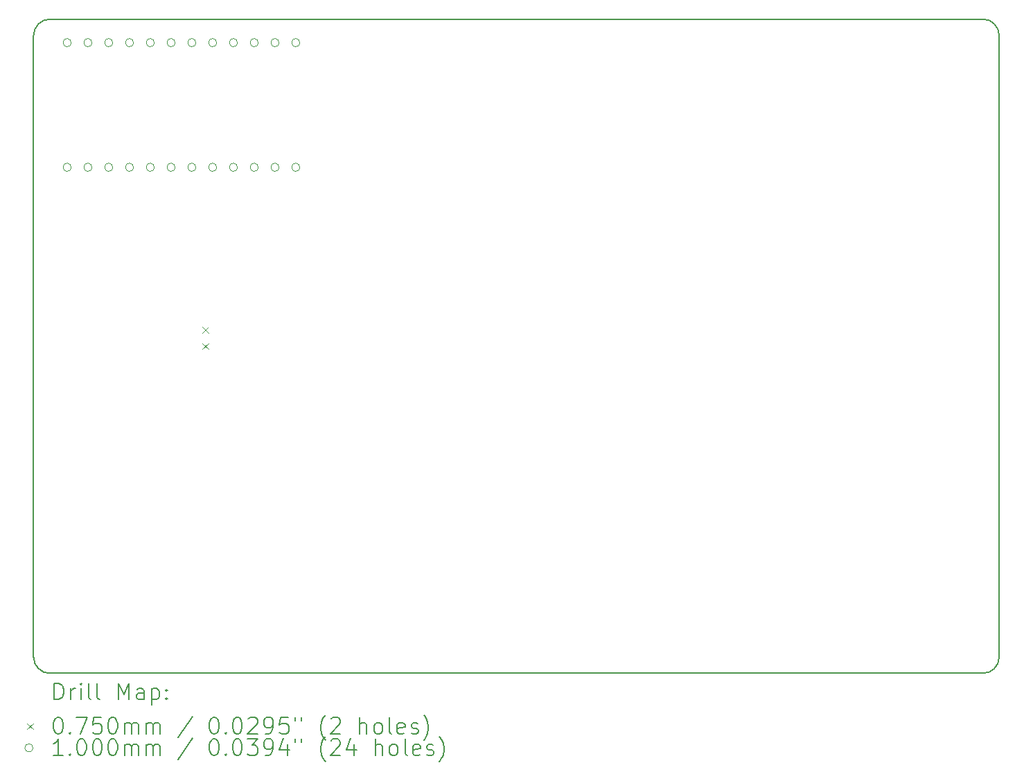
<source format=gbr>
%TF.GenerationSoftware,KiCad,Pcbnew,8.0.6+1*%
%TF.CreationDate,2024-11-11T16:29:32+00:00*%
%TF.ProjectId,not_about_money,6e6f745f-6162-46f7-9574-5f6d6f6e6579,v1.0.0*%
%TF.SameCoordinates,Original*%
%TF.FileFunction,Drillmap*%
%TF.FilePolarity,Positive*%
%FSLAX45Y45*%
G04 Gerber Fmt 4.5, Leading zero omitted, Abs format (unit mm)*
G04 Created by KiCad (PCBNEW 8.0.6+1) date 2024-11-11 16:29:32*
%MOMM*%
%LPD*%
G01*
G04 APERTURE LIST*
%ADD10C,0.150000*%
%ADD11C,0.200000*%
%ADD12C,0.100000*%
G04 APERTURE END LIST*
D10*
X8850000Y-10950000D02*
X8850000Y-3350000D01*
X8850000Y-3350000D02*
G75*
G02*
X9050000Y-3150000I200000J0D01*
G01*
X9050000Y-3150000D02*
X20450000Y-3150000D01*
X20450000Y-3150000D02*
G75*
G02*
X20650000Y-3350000I0J-200000D01*
G01*
X20650000Y-3350000D02*
X20650000Y-10950000D01*
X20650000Y-10950000D02*
G75*
G02*
X20450000Y-11150000I-200000J0D01*
G01*
X20450000Y-11150000D02*
X9050000Y-11150000D01*
X9050000Y-11150000D02*
G75*
G02*
X8850000Y-10950000I0J200000D01*
G01*
D11*
D12*
X10912500Y-6912500D02*
X10987500Y-6987500D01*
X10987500Y-6912500D02*
X10912500Y-6987500D01*
X10912500Y-7112500D02*
X10987500Y-7187500D01*
X10987500Y-7112500D02*
X10912500Y-7187500D01*
X9310000Y-3438000D02*
G75*
G02*
X9210000Y-3438000I-50000J0D01*
G01*
X9210000Y-3438000D02*
G75*
G02*
X9310000Y-3438000I50000J0D01*
G01*
X9310000Y-4962000D02*
G75*
G02*
X9210000Y-4962000I-50000J0D01*
G01*
X9210000Y-4962000D02*
G75*
G02*
X9310000Y-4962000I50000J0D01*
G01*
X9564000Y-3438000D02*
G75*
G02*
X9464000Y-3438000I-50000J0D01*
G01*
X9464000Y-3438000D02*
G75*
G02*
X9564000Y-3438000I50000J0D01*
G01*
X9564000Y-4962000D02*
G75*
G02*
X9464000Y-4962000I-50000J0D01*
G01*
X9464000Y-4962000D02*
G75*
G02*
X9564000Y-4962000I50000J0D01*
G01*
X9818000Y-3438000D02*
G75*
G02*
X9718000Y-3438000I-50000J0D01*
G01*
X9718000Y-3438000D02*
G75*
G02*
X9818000Y-3438000I50000J0D01*
G01*
X9818000Y-4962000D02*
G75*
G02*
X9718000Y-4962000I-50000J0D01*
G01*
X9718000Y-4962000D02*
G75*
G02*
X9818000Y-4962000I50000J0D01*
G01*
X10072000Y-3438000D02*
G75*
G02*
X9972000Y-3438000I-50000J0D01*
G01*
X9972000Y-3438000D02*
G75*
G02*
X10072000Y-3438000I50000J0D01*
G01*
X10072000Y-4962000D02*
G75*
G02*
X9972000Y-4962000I-50000J0D01*
G01*
X9972000Y-4962000D02*
G75*
G02*
X10072000Y-4962000I50000J0D01*
G01*
X10326000Y-3438000D02*
G75*
G02*
X10226000Y-3438000I-50000J0D01*
G01*
X10226000Y-3438000D02*
G75*
G02*
X10326000Y-3438000I50000J0D01*
G01*
X10326000Y-4962000D02*
G75*
G02*
X10226000Y-4962000I-50000J0D01*
G01*
X10226000Y-4962000D02*
G75*
G02*
X10326000Y-4962000I50000J0D01*
G01*
X10580000Y-3438000D02*
G75*
G02*
X10480000Y-3438000I-50000J0D01*
G01*
X10480000Y-3438000D02*
G75*
G02*
X10580000Y-3438000I50000J0D01*
G01*
X10580000Y-4962000D02*
G75*
G02*
X10480000Y-4962000I-50000J0D01*
G01*
X10480000Y-4962000D02*
G75*
G02*
X10580000Y-4962000I50000J0D01*
G01*
X10834000Y-3438000D02*
G75*
G02*
X10734000Y-3438000I-50000J0D01*
G01*
X10734000Y-3438000D02*
G75*
G02*
X10834000Y-3438000I50000J0D01*
G01*
X10834000Y-4962000D02*
G75*
G02*
X10734000Y-4962000I-50000J0D01*
G01*
X10734000Y-4962000D02*
G75*
G02*
X10834000Y-4962000I50000J0D01*
G01*
X11088000Y-3438000D02*
G75*
G02*
X10988000Y-3438000I-50000J0D01*
G01*
X10988000Y-3438000D02*
G75*
G02*
X11088000Y-3438000I50000J0D01*
G01*
X11088000Y-4962000D02*
G75*
G02*
X10988000Y-4962000I-50000J0D01*
G01*
X10988000Y-4962000D02*
G75*
G02*
X11088000Y-4962000I50000J0D01*
G01*
X11342000Y-3438000D02*
G75*
G02*
X11242000Y-3438000I-50000J0D01*
G01*
X11242000Y-3438000D02*
G75*
G02*
X11342000Y-3438000I50000J0D01*
G01*
X11342000Y-4962000D02*
G75*
G02*
X11242000Y-4962000I-50000J0D01*
G01*
X11242000Y-4962000D02*
G75*
G02*
X11342000Y-4962000I50000J0D01*
G01*
X11596000Y-3438000D02*
G75*
G02*
X11496000Y-3438000I-50000J0D01*
G01*
X11496000Y-3438000D02*
G75*
G02*
X11596000Y-3438000I50000J0D01*
G01*
X11596000Y-4962000D02*
G75*
G02*
X11496000Y-4962000I-50000J0D01*
G01*
X11496000Y-4962000D02*
G75*
G02*
X11596000Y-4962000I50000J0D01*
G01*
X11850000Y-3438000D02*
G75*
G02*
X11750000Y-3438000I-50000J0D01*
G01*
X11750000Y-3438000D02*
G75*
G02*
X11850000Y-3438000I50000J0D01*
G01*
X11850000Y-4962000D02*
G75*
G02*
X11750000Y-4962000I-50000J0D01*
G01*
X11750000Y-4962000D02*
G75*
G02*
X11850000Y-4962000I50000J0D01*
G01*
X12104000Y-3438000D02*
G75*
G02*
X12004000Y-3438000I-50000J0D01*
G01*
X12004000Y-3438000D02*
G75*
G02*
X12104000Y-3438000I50000J0D01*
G01*
X12104000Y-4962000D02*
G75*
G02*
X12004000Y-4962000I-50000J0D01*
G01*
X12004000Y-4962000D02*
G75*
G02*
X12104000Y-4962000I50000J0D01*
G01*
D11*
X9103277Y-11468984D02*
X9103277Y-11268984D01*
X9103277Y-11268984D02*
X9150896Y-11268984D01*
X9150896Y-11268984D02*
X9179467Y-11278508D01*
X9179467Y-11278508D02*
X9198515Y-11297555D01*
X9198515Y-11297555D02*
X9208039Y-11316603D01*
X9208039Y-11316603D02*
X9217563Y-11354698D01*
X9217563Y-11354698D02*
X9217563Y-11383269D01*
X9217563Y-11383269D02*
X9208039Y-11421365D01*
X9208039Y-11421365D02*
X9198515Y-11440412D01*
X9198515Y-11440412D02*
X9179467Y-11459460D01*
X9179467Y-11459460D02*
X9150896Y-11468984D01*
X9150896Y-11468984D02*
X9103277Y-11468984D01*
X9303277Y-11468984D02*
X9303277Y-11335650D01*
X9303277Y-11373746D02*
X9312801Y-11354698D01*
X9312801Y-11354698D02*
X9322324Y-11345174D01*
X9322324Y-11345174D02*
X9341372Y-11335650D01*
X9341372Y-11335650D02*
X9360420Y-11335650D01*
X9427086Y-11468984D02*
X9427086Y-11335650D01*
X9427086Y-11268984D02*
X9417563Y-11278508D01*
X9417563Y-11278508D02*
X9427086Y-11288031D01*
X9427086Y-11288031D02*
X9436610Y-11278508D01*
X9436610Y-11278508D02*
X9427086Y-11268984D01*
X9427086Y-11268984D02*
X9427086Y-11288031D01*
X9550896Y-11468984D02*
X9531848Y-11459460D01*
X9531848Y-11459460D02*
X9522324Y-11440412D01*
X9522324Y-11440412D02*
X9522324Y-11268984D01*
X9655658Y-11468984D02*
X9636610Y-11459460D01*
X9636610Y-11459460D02*
X9627086Y-11440412D01*
X9627086Y-11440412D02*
X9627086Y-11268984D01*
X9884229Y-11468984D02*
X9884229Y-11268984D01*
X9884229Y-11268984D02*
X9950896Y-11411841D01*
X9950896Y-11411841D02*
X10017563Y-11268984D01*
X10017563Y-11268984D02*
X10017563Y-11468984D01*
X10198515Y-11468984D02*
X10198515Y-11364222D01*
X10198515Y-11364222D02*
X10188991Y-11345174D01*
X10188991Y-11345174D02*
X10169944Y-11335650D01*
X10169944Y-11335650D02*
X10131848Y-11335650D01*
X10131848Y-11335650D02*
X10112801Y-11345174D01*
X10198515Y-11459460D02*
X10179467Y-11468984D01*
X10179467Y-11468984D02*
X10131848Y-11468984D01*
X10131848Y-11468984D02*
X10112801Y-11459460D01*
X10112801Y-11459460D02*
X10103277Y-11440412D01*
X10103277Y-11440412D02*
X10103277Y-11421365D01*
X10103277Y-11421365D02*
X10112801Y-11402317D01*
X10112801Y-11402317D02*
X10131848Y-11392793D01*
X10131848Y-11392793D02*
X10179467Y-11392793D01*
X10179467Y-11392793D02*
X10198515Y-11383269D01*
X10293753Y-11335650D02*
X10293753Y-11535650D01*
X10293753Y-11345174D02*
X10312801Y-11335650D01*
X10312801Y-11335650D02*
X10350896Y-11335650D01*
X10350896Y-11335650D02*
X10369944Y-11345174D01*
X10369944Y-11345174D02*
X10379467Y-11354698D01*
X10379467Y-11354698D02*
X10388991Y-11373746D01*
X10388991Y-11373746D02*
X10388991Y-11430888D01*
X10388991Y-11430888D02*
X10379467Y-11449936D01*
X10379467Y-11449936D02*
X10369944Y-11459460D01*
X10369944Y-11459460D02*
X10350896Y-11468984D01*
X10350896Y-11468984D02*
X10312801Y-11468984D01*
X10312801Y-11468984D02*
X10293753Y-11459460D01*
X10474705Y-11449936D02*
X10484229Y-11459460D01*
X10484229Y-11459460D02*
X10474705Y-11468984D01*
X10474705Y-11468984D02*
X10465182Y-11459460D01*
X10465182Y-11459460D02*
X10474705Y-11449936D01*
X10474705Y-11449936D02*
X10474705Y-11468984D01*
X10474705Y-11345174D02*
X10484229Y-11354698D01*
X10484229Y-11354698D02*
X10474705Y-11364222D01*
X10474705Y-11364222D02*
X10465182Y-11354698D01*
X10465182Y-11354698D02*
X10474705Y-11345174D01*
X10474705Y-11345174D02*
X10474705Y-11364222D01*
D12*
X8767500Y-11760000D02*
X8842500Y-11835000D01*
X8842500Y-11760000D02*
X8767500Y-11835000D01*
D11*
X9141372Y-11688984D02*
X9160420Y-11688984D01*
X9160420Y-11688984D02*
X9179467Y-11698508D01*
X9179467Y-11698508D02*
X9188991Y-11708031D01*
X9188991Y-11708031D02*
X9198515Y-11727079D01*
X9198515Y-11727079D02*
X9208039Y-11765174D01*
X9208039Y-11765174D02*
X9208039Y-11812793D01*
X9208039Y-11812793D02*
X9198515Y-11850888D01*
X9198515Y-11850888D02*
X9188991Y-11869936D01*
X9188991Y-11869936D02*
X9179467Y-11879460D01*
X9179467Y-11879460D02*
X9160420Y-11888984D01*
X9160420Y-11888984D02*
X9141372Y-11888984D01*
X9141372Y-11888984D02*
X9122324Y-11879460D01*
X9122324Y-11879460D02*
X9112801Y-11869936D01*
X9112801Y-11869936D02*
X9103277Y-11850888D01*
X9103277Y-11850888D02*
X9093753Y-11812793D01*
X9093753Y-11812793D02*
X9093753Y-11765174D01*
X9093753Y-11765174D02*
X9103277Y-11727079D01*
X9103277Y-11727079D02*
X9112801Y-11708031D01*
X9112801Y-11708031D02*
X9122324Y-11698508D01*
X9122324Y-11698508D02*
X9141372Y-11688984D01*
X9293753Y-11869936D02*
X9303277Y-11879460D01*
X9303277Y-11879460D02*
X9293753Y-11888984D01*
X9293753Y-11888984D02*
X9284229Y-11879460D01*
X9284229Y-11879460D02*
X9293753Y-11869936D01*
X9293753Y-11869936D02*
X9293753Y-11888984D01*
X9369944Y-11688984D02*
X9503277Y-11688984D01*
X9503277Y-11688984D02*
X9417563Y-11888984D01*
X9674705Y-11688984D02*
X9579467Y-11688984D01*
X9579467Y-11688984D02*
X9569944Y-11784222D01*
X9569944Y-11784222D02*
X9579467Y-11774698D01*
X9579467Y-11774698D02*
X9598515Y-11765174D01*
X9598515Y-11765174D02*
X9646134Y-11765174D01*
X9646134Y-11765174D02*
X9665182Y-11774698D01*
X9665182Y-11774698D02*
X9674705Y-11784222D01*
X9674705Y-11784222D02*
X9684229Y-11803269D01*
X9684229Y-11803269D02*
X9684229Y-11850888D01*
X9684229Y-11850888D02*
X9674705Y-11869936D01*
X9674705Y-11869936D02*
X9665182Y-11879460D01*
X9665182Y-11879460D02*
X9646134Y-11888984D01*
X9646134Y-11888984D02*
X9598515Y-11888984D01*
X9598515Y-11888984D02*
X9579467Y-11879460D01*
X9579467Y-11879460D02*
X9569944Y-11869936D01*
X9808039Y-11688984D02*
X9827086Y-11688984D01*
X9827086Y-11688984D02*
X9846134Y-11698508D01*
X9846134Y-11698508D02*
X9855658Y-11708031D01*
X9855658Y-11708031D02*
X9865182Y-11727079D01*
X9865182Y-11727079D02*
X9874705Y-11765174D01*
X9874705Y-11765174D02*
X9874705Y-11812793D01*
X9874705Y-11812793D02*
X9865182Y-11850888D01*
X9865182Y-11850888D02*
X9855658Y-11869936D01*
X9855658Y-11869936D02*
X9846134Y-11879460D01*
X9846134Y-11879460D02*
X9827086Y-11888984D01*
X9827086Y-11888984D02*
X9808039Y-11888984D01*
X9808039Y-11888984D02*
X9788991Y-11879460D01*
X9788991Y-11879460D02*
X9779467Y-11869936D01*
X9779467Y-11869936D02*
X9769944Y-11850888D01*
X9769944Y-11850888D02*
X9760420Y-11812793D01*
X9760420Y-11812793D02*
X9760420Y-11765174D01*
X9760420Y-11765174D02*
X9769944Y-11727079D01*
X9769944Y-11727079D02*
X9779467Y-11708031D01*
X9779467Y-11708031D02*
X9788991Y-11698508D01*
X9788991Y-11698508D02*
X9808039Y-11688984D01*
X9960420Y-11888984D02*
X9960420Y-11755650D01*
X9960420Y-11774698D02*
X9969944Y-11765174D01*
X9969944Y-11765174D02*
X9988991Y-11755650D01*
X9988991Y-11755650D02*
X10017563Y-11755650D01*
X10017563Y-11755650D02*
X10036610Y-11765174D01*
X10036610Y-11765174D02*
X10046134Y-11784222D01*
X10046134Y-11784222D02*
X10046134Y-11888984D01*
X10046134Y-11784222D02*
X10055658Y-11765174D01*
X10055658Y-11765174D02*
X10074705Y-11755650D01*
X10074705Y-11755650D02*
X10103277Y-11755650D01*
X10103277Y-11755650D02*
X10122325Y-11765174D01*
X10122325Y-11765174D02*
X10131848Y-11784222D01*
X10131848Y-11784222D02*
X10131848Y-11888984D01*
X10227086Y-11888984D02*
X10227086Y-11755650D01*
X10227086Y-11774698D02*
X10236610Y-11765174D01*
X10236610Y-11765174D02*
X10255658Y-11755650D01*
X10255658Y-11755650D02*
X10284229Y-11755650D01*
X10284229Y-11755650D02*
X10303277Y-11765174D01*
X10303277Y-11765174D02*
X10312801Y-11784222D01*
X10312801Y-11784222D02*
X10312801Y-11888984D01*
X10312801Y-11784222D02*
X10322325Y-11765174D01*
X10322325Y-11765174D02*
X10341372Y-11755650D01*
X10341372Y-11755650D02*
X10369944Y-11755650D01*
X10369944Y-11755650D02*
X10388991Y-11765174D01*
X10388991Y-11765174D02*
X10398515Y-11784222D01*
X10398515Y-11784222D02*
X10398515Y-11888984D01*
X10788991Y-11679460D02*
X10617563Y-11936603D01*
X11046134Y-11688984D02*
X11065182Y-11688984D01*
X11065182Y-11688984D02*
X11084229Y-11698508D01*
X11084229Y-11698508D02*
X11093753Y-11708031D01*
X11093753Y-11708031D02*
X11103277Y-11727079D01*
X11103277Y-11727079D02*
X11112801Y-11765174D01*
X11112801Y-11765174D02*
X11112801Y-11812793D01*
X11112801Y-11812793D02*
X11103277Y-11850888D01*
X11103277Y-11850888D02*
X11093753Y-11869936D01*
X11093753Y-11869936D02*
X11084229Y-11879460D01*
X11084229Y-11879460D02*
X11065182Y-11888984D01*
X11065182Y-11888984D02*
X11046134Y-11888984D01*
X11046134Y-11888984D02*
X11027087Y-11879460D01*
X11027087Y-11879460D02*
X11017563Y-11869936D01*
X11017563Y-11869936D02*
X11008039Y-11850888D01*
X11008039Y-11850888D02*
X10998515Y-11812793D01*
X10998515Y-11812793D02*
X10998515Y-11765174D01*
X10998515Y-11765174D02*
X11008039Y-11727079D01*
X11008039Y-11727079D02*
X11017563Y-11708031D01*
X11017563Y-11708031D02*
X11027087Y-11698508D01*
X11027087Y-11698508D02*
X11046134Y-11688984D01*
X11198515Y-11869936D02*
X11208039Y-11879460D01*
X11208039Y-11879460D02*
X11198515Y-11888984D01*
X11198515Y-11888984D02*
X11188991Y-11879460D01*
X11188991Y-11879460D02*
X11198515Y-11869936D01*
X11198515Y-11869936D02*
X11198515Y-11888984D01*
X11331848Y-11688984D02*
X11350896Y-11688984D01*
X11350896Y-11688984D02*
X11369944Y-11698508D01*
X11369944Y-11698508D02*
X11379467Y-11708031D01*
X11379467Y-11708031D02*
X11388991Y-11727079D01*
X11388991Y-11727079D02*
X11398515Y-11765174D01*
X11398515Y-11765174D02*
X11398515Y-11812793D01*
X11398515Y-11812793D02*
X11388991Y-11850888D01*
X11388991Y-11850888D02*
X11379467Y-11869936D01*
X11379467Y-11869936D02*
X11369944Y-11879460D01*
X11369944Y-11879460D02*
X11350896Y-11888984D01*
X11350896Y-11888984D02*
X11331848Y-11888984D01*
X11331848Y-11888984D02*
X11312801Y-11879460D01*
X11312801Y-11879460D02*
X11303277Y-11869936D01*
X11303277Y-11869936D02*
X11293753Y-11850888D01*
X11293753Y-11850888D02*
X11284229Y-11812793D01*
X11284229Y-11812793D02*
X11284229Y-11765174D01*
X11284229Y-11765174D02*
X11293753Y-11727079D01*
X11293753Y-11727079D02*
X11303277Y-11708031D01*
X11303277Y-11708031D02*
X11312801Y-11698508D01*
X11312801Y-11698508D02*
X11331848Y-11688984D01*
X11474706Y-11708031D02*
X11484229Y-11698508D01*
X11484229Y-11698508D02*
X11503277Y-11688984D01*
X11503277Y-11688984D02*
X11550896Y-11688984D01*
X11550896Y-11688984D02*
X11569944Y-11698508D01*
X11569944Y-11698508D02*
X11579467Y-11708031D01*
X11579467Y-11708031D02*
X11588991Y-11727079D01*
X11588991Y-11727079D02*
X11588991Y-11746127D01*
X11588991Y-11746127D02*
X11579467Y-11774698D01*
X11579467Y-11774698D02*
X11465182Y-11888984D01*
X11465182Y-11888984D02*
X11588991Y-11888984D01*
X11684229Y-11888984D02*
X11722325Y-11888984D01*
X11722325Y-11888984D02*
X11741372Y-11879460D01*
X11741372Y-11879460D02*
X11750896Y-11869936D01*
X11750896Y-11869936D02*
X11769944Y-11841365D01*
X11769944Y-11841365D02*
X11779467Y-11803269D01*
X11779467Y-11803269D02*
X11779467Y-11727079D01*
X11779467Y-11727079D02*
X11769944Y-11708031D01*
X11769944Y-11708031D02*
X11760420Y-11698508D01*
X11760420Y-11698508D02*
X11741372Y-11688984D01*
X11741372Y-11688984D02*
X11703277Y-11688984D01*
X11703277Y-11688984D02*
X11684229Y-11698508D01*
X11684229Y-11698508D02*
X11674706Y-11708031D01*
X11674706Y-11708031D02*
X11665182Y-11727079D01*
X11665182Y-11727079D02*
X11665182Y-11774698D01*
X11665182Y-11774698D02*
X11674706Y-11793746D01*
X11674706Y-11793746D02*
X11684229Y-11803269D01*
X11684229Y-11803269D02*
X11703277Y-11812793D01*
X11703277Y-11812793D02*
X11741372Y-11812793D01*
X11741372Y-11812793D02*
X11760420Y-11803269D01*
X11760420Y-11803269D02*
X11769944Y-11793746D01*
X11769944Y-11793746D02*
X11779467Y-11774698D01*
X11960420Y-11688984D02*
X11865182Y-11688984D01*
X11865182Y-11688984D02*
X11855658Y-11784222D01*
X11855658Y-11784222D02*
X11865182Y-11774698D01*
X11865182Y-11774698D02*
X11884229Y-11765174D01*
X11884229Y-11765174D02*
X11931848Y-11765174D01*
X11931848Y-11765174D02*
X11950896Y-11774698D01*
X11950896Y-11774698D02*
X11960420Y-11784222D01*
X11960420Y-11784222D02*
X11969944Y-11803269D01*
X11969944Y-11803269D02*
X11969944Y-11850888D01*
X11969944Y-11850888D02*
X11960420Y-11869936D01*
X11960420Y-11869936D02*
X11950896Y-11879460D01*
X11950896Y-11879460D02*
X11931848Y-11888984D01*
X11931848Y-11888984D02*
X11884229Y-11888984D01*
X11884229Y-11888984D02*
X11865182Y-11879460D01*
X11865182Y-11879460D02*
X11855658Y-11869936D01*
X12046134Y-11688984D02*
X12046134Y-11727079D01*
X12122325Y-11688984D02*
X12122325Y-11727079D01*
X12417563Y-11965174D02*
X12408039Y-11955650D01*
X12408039Y-11955650D02*
X12388991Y-11927079D01*
X12388991Y-11927079D02*
X12379468Y-11908031D01*
X12379468Y-11908031D02*
X12369944Y-11879460D01*
X12369944Y-11879460D02*
X12360420Y-11831841D01*
X12360420Y-11831841D02*
X12360420Y-11793746D01*
X12360420Y-11793746D02*
X12369944Y-11746127D01*
X12369944Y-11746127D02*
X12379468Y-11717555D01*
X12379468Y-11717555D02*
X12388991Y-11698508D01*
X12388991Y-11698508D02*
X12408039Y-11669936D01*
X12408039Y-11669936D02*
X12417563Y-11660412D01*
X12484229Y-11708031D02*
X12493753Y-11698508D01*
X12493753Y-11698508D02*
X12512801Y-11688984D01*
X12512801Y-11688984D02*
X12560420Y-11688984D01*
X12560420Y-11688984D02*
X12579468Y-11698508D01*
X12579468Y-11698508D02*
X12588991Y-11708031D01*
X12588991Y-11708031D02*
X12598515Y-11727079D01*
X12598515Y-11727079D02*
X12598515Y-11746127D01*
X12598515Y-11746127D02*
X12588991Y-11774698D01*
X12588991Y-11774698D02*
X12474706Y-11888984D01*
X12474706Y-11888984D02*
X12598515Y-11888984D01*
X12836610Y-11888984D02*
X12836610Y-11688984D01*
X12922325Y-11888984D02*
X12922325Y-11784222D01*
X12922325Y-11784222D02*
X12912801Y-11765174D01*
X12912801Y-11765174D02*
X12893753Y-11755650D01*
X12893753Y-11755650D02*
X12865182Y-11755650D01*
X12865182Y-11755650D02*
X12846134Y-11765174D01*
X12846134Y-11765174D02*
X12836610Y-11774698D01*
X13046134Y-11888984D02*
X13027087Y-11879460D01*
X13027087Y-11879460D02*
X13017563Y-11869936D01*
X13017563Y-11869936D02*
X13008039Y-11850888D01*
X13008039Y-11850888D02*
X13008039Y-11793746D01*
X13008039Y-11793746D02*
X13017563Y-11774698D01*
X13017563Y-11774698D02*
X13027087Y-11765174D01*
X13027087Y-11765174D02*
X13046134Y-11755650D01*
X13046134Y-11755650D02*
X13074706Y-11755650D01*
X13074706Y-11755650D02*
X13093753Y-11765174D01*
X13093753Y-11765174D02*
X13103277Y-11774698D01*
X13103277Y-11774698D02*
X13112801Y-11793746D01*
X13112801Y-11793746D02*
X13112801Y-11850888D01*
X13112801Y-11850888D02*
X13103277Y-11869936D01*
X13103277Y-11869936D02*
X13093753Y-11879460D01*
X13093753Y-11879460D02*
X13074706Y-11888984D01*
X13074706Y-11888984D02*
X13046134Y-11888984D01*
X13227087Y-11888984D02*
X13208039Y-11879460D01*
X13208039Y-11879460D02*
X13198515Y-11860412D01*
X13198515Y-11860412D02*
X13198515Y-11688984D01*
X13379468Y-11879460D02*
X13360420Y-11888984D01*
X13360420Y-11888984D02*
X13322325Y-11888984D01*
X13322325Y-11888984D02*
X13303277Y-11879460D01*
X13303277Y-11879460D02*
X13293753Y-11860412D01*
X13293753Y-11860412D02*
X13293753Y-11784222D01*
X13293753Y-11784222D02*
X13303277Y-11765174D01*
X13303277Y-11765174D02*
X13322325Y-11755650D01*
X13322325Y-11755650D02*
X13360420Y-11755650D01*
X13360420Y-11755650D02*
X13379468Y-11765174D01*
X13379468Y-11765174D02*
X13388991Y-11784222D01*
X13388991Y-11784222D02*
X13388991Y-11803269D01*
X13388991Y-11803269D02*
X13293753Y-11822317D01*
X13465182Y-11879460D02*
X13484230Y-11888984D01*
X13484230Y-11888984D02*
X13522325Y-11888984D01*
X13522325Y-11888984D02*
X13541372Y-11879460D01*
X13541372Y-11879460D02*
X13550896Y-11860412D01*
X13550896Y-11860412D02*
X13550896Y-11850888D01*
X13550896Y-11850888D02*
X13541372Y-11831841D01*
X13541372Y-11831841D02*
X13522325Y-11822317D01*
X13522325Y-11822317D02*
X13493753Y-11822317D01*
X13493753Y-11822317D02*
X13474706Y-11812793D01*
X13474706Y-11812793D02*
X13465182Y-11793746D01*
X13465182Y-11793746D02*
X13465182Y-11784222D01*
X13465182Y-11784222D02*
X13474706Y-11765174D01*
X13474706Y-11765174D02*
X13493753Y-11755650D01*
X13493753Y-11755650D02*
X13522325Y-11755650D01*
X13522325Y-11755650D02*
X13541372Y-11765174D01*
X13617563Y-11965174D02*
X13627087Y-11955650D01*
X13627087Y-11955650D02*
X13646134Y-11927079D01*
X13646134Y-11927079D02*
X13655658Y-11908031D01*
X13655658Y-11908031D02*
X13665182Y-11879460D01*
X13665182Y-11879460D02*
X13674706Y-11831841D01*
X13674706Y-11831841D02*
X13674706Y-11793746D01*
X13674706Y-11793746D02*
X13665182Y-11746127D01*
X13665182Y-11746127D02*
X13655658Y-11717555D01*
X13655658Y-11717555D02*
X13646134Y-11698508D01*
X13646134Y-11698508D02*
X13627087Y-11669936D01*
X13627087Y-11669936D02*
X13617563Y-11660412D01*
D12*
X8842500Y-12061500D02*
G75*
G02*
X8742500Y-12061500I-50000J0D01*
G01*
X8742500Y-12061500D02*
G75*
G02*
X8842500Y-12061500I50000J0D01*
G01*
D11*
X9208039Y-12152984D02*
X9093753Y-12152984D01*
X9150896Y-12152984D02*
X9150896Y-11952984D01*
X9150896Y-11952984D02*
X9131848Y-11981555D01*
X9131848Y-11981555D02*
X9112801Y-12000603D01*
X9112801Y-12000603D02*
X9093753Y-12010127D01*
X9293753Y-12133936D02*
X9303277Y-12143460D01*
X9303277Y-12143460D02*
X9293753Y-12152984D01*
X9293753Y-12152984D02*
X9284229Y-12143460D01*
X9284229Y-12143460D02*
X9293753Y-12133936D01*
X9293753Y-12133936D02*
X9293753Y-12152984D01*
X9427086Y-11952984D02*
X9446134Y-11952984D01*
X9446134Y-11952984D02*
X9465182Y-11962508D01*
X9465182Y-11962508D02*
X9474705Y-11972031D01*
X9474705Y-11972031D02*
X9484229Y-11991079D01*
X9484229Y-11991079D02*
X9493753Y-12029174D01*
X9493753Y-12029174D02*
X9493753Y-12076793D01*
X9493753Y-12076793D02*
X9484229Y-12114888D01*
X9484229Y-12114888D02*
X9474705Y-12133936D01*
X9474705Y-12133936D02*
X9465182Y-12143460D01*
X9465182Y-12143460D02*
X9446134Y-12152984D01*
X9446134Y-12152984D02*
X9427086Y-12152984D01*
X9427086Y-12152984D02*
X9408039Y-12143460D01*
X9408039Y-12143460D02*
X9398515Y-12133936D01*
X9398515Y-12133936D02*
X9388991Y-12114888D01*
X9388991Y-12114888D02*
X9379467Y-12076793D01*
X9379467Y-12076793D02*
X9379467Y-12029174D01*
X9379467Y-12029174D02*
X9388991Y-11991079D01*
X9388991Y-11991079D02*
X9398515Y-11972031D01*
X9398515Y-11972031D02*
X9408039Y-11962508D01*
X9408039Y-11962508D02*
X9427086Y-11952984D01*
X9617563Y-11952984D02*
X9636610Y-11952984D01*
X9636610Y-11952984D02*
X9655658Y-11962508D01*
X9655658Y-11962508D02*
X9665182Y-11972031D01*
X9665182Y-11972031D02*
X9674705Y-11991079D01*
X9674705Y-11991079D02*
X9684229Y-12029174D01*
X9684229Y-12029174D02*
X9684229Y-12076793D01*
X9684229Y-12076793D02*
X9674705Y-12114888D01*
X9674705Y-12114888D02*
X9665182Y-12133936D01*
X9665182Y-12133936D02*
X9655658Y-12143460D01*
X9655658Y-12143460D02*
X9636610Y-12152984D01*
X9636610Y-12152984D02*
X9617563Y-12152984D01*
X9617563Y-12152984D02*
X9598515Y-12143460D01*
X9598515Y-12143460D02*
X9588991Y-12133936D01*
X9588991Y-12133936D02*
X9579467Y-12114888D01*
X9579467Y-12114888D02*
X9569944Y-12076793D01*
X9569944Y-12076793D02*
X9569944Y-12029174D01*
X9569944Y-12029174D02*
X9579467Y-11991079D01*
X9579467Y-11991079D02*
X9588991Y-11972031D01*
X9588991Y-11972031D02*
X9598515Y-11962508D01*
X9598515Y-11962508D02*
X9617563Y-11952984D01*
X9808039Y-11952984D02*
X9827086Y-11952984D01*
X9827086Y-11952984D02*
X9846134Y-11962508D01*
X9846134Y-11962508D02*
X9855658Y-11972031D01*
X9855658Y-11972031D02*
X9865182Y-11991079D01*
X9865182Y-11991079D02*
X9874705Y-12029174D01*
X9874705Y-12029174D02*
X9874705Y-12076793D01*
X9874705Y-12076793D02*
X9865182Y-12114888D01*
X9865182Y-12114888D02*
X9855658Y-12133936D01*
X9855658Y-12133936D02*
X9846134Y-12143460D01*
X9846134Y-12143460D02*
X9827086Y-12152984D01*
X9827086Y-12152984D02*
X9808039Y-12152984D01*
X9808039Y-12152984D02*
X9788991Y-12143460D01*
X9788991Y-12143460D02*
X9779467Y-12133936D01*
X9779467Y-12133936D02*
X9769944Y-12114888D01*
X9769944Y-12114888D02*
X9760420Y-12076793D01*
X9760420Y-12076793D02*
X9760420Y-12029174D01*
X9760420Y-12029174D02*
X9769944Y-11991079D01*
X9769944Y-11991079D02*
X9779467Y-11972031D01*
X9779467Y-11972031D02*
X9788991Y-11962508D01*
X9788991Y-11962508D02*
X9808039Y-11952984D01*
X9960420Y-12152984D02*
X9960420Y-12019650D01*
X9960420Y-12038698D02*
X9969944Y-12029174D01*
X9969944Y-12029174D02*
X9988991Y-12019650D01*
X9988991Y-12019650D02*
X10017563Y-12019650D01*
X10017563Y-12019650D02*
X10036610Y-12029174D01*
X10036610Y-12029174D02*
X10046134Y-12048222D01*
X10046134Y-12048222D02*
X10046134Y-12152984D01*
X10046134Y-12048222D02*
X10055658Y-12029174D01*
X10055658Y-12029174D02*
X10074705Y-12019650D01*
X10074705Y-12019650D02*
X10103277Y-12019650D01*
X10103277Y-12019650D02*
X10122325Y-12029174D01*
X10122325Y-12029174D02*
X10131848Y-12048222D01*
X10131848Y-12048222D02*
X10131848Y-12152984D01*
X10227086Y-12152984D02*
X10227086Y-12019650D01*
X10227086Y-12038698D02*
X10236610Y-12029174D01*
X10236610Y-12029174D02*
X10255658Y-12019650D01*
X10255658Y-12019650D02*
X10284229Y-12019650D01*
X10284229Y-12019650D02*
X10303277Y-12029174D01*
X10303277Y-12029174D02*
X10312801Y-12048222D01*
X10312801Y-12048222D02*
X10312801Y-12152984D01*
X10312801Y-12048222D02*
X10322325Y-12029174D01*
X10322325Y-12029174D02*
X10341372Y-12019650D01*
X10341372Y-12019650D02*
X10369944Y-12019650D01*
X10369944Y-12019650D02*
X10388991Y-12029174D01*
X10388991Y-12029174D02*
X10398515Y-12048222D01*
X10398515Y-12048222D02*
X10398515Y-12152984D01*
X10788991Y-11943460D02*
X10617563Y-12200603D01*
X11046134Y-11952984D02*
X11065182Y-11952984D01*
X11065182Y-11952984D02*
X11084229Y-11962508D01*
X11084229Y-11962508D02*
X11093753Y-11972031D01*
X11093753Y-11972031D02*
X11103277Y-11991079D01*
X11103277Y-11991079D02*
X11112801Y-12029174D01*
X11112801Y-12029174D02*
X11112801Y-12076793D01*
X11112801Y-12076793D02*
X11103277Y-12114888D01*
X11103277Y-12114888D02*
X11093753Y-12133936D01*
X11093753Y-12133936D02*
X11084229Y-12143460D01*
X11084229Y-12143460D02*
X11065182Y-12152984D01*
X11065182Y-12152984D02*
X11046134Y-12152984D01*
X11046134Y-12152984D02*
X11027087Y-12143460D01*
X11027087Y-12143460D02*
X11017563Y-12133936D01*
X11017563Y-12133936D02*
X11008039Y-12114888D01*
X11008039Y-12114888D02*
X10998515Y-12076793D01*
X10998515Y-12076793D02*
X10998515Y-12029174D01*
X10998515Y-12029174D02*
X11008039Y-11991079D01*
X11008039Y-11991079D02*
X11017563Y-11972031D01*
X11017563Y-11972031D02*
X11027087Y-11962508D01*
X11027087Y-11962508D02*
X11046134Y-11952984D01*
X11198515Y-12133936D02*
X11208039Y-12143460D01*
X11208039Y-12143460D02*
X11198515Y-12152984D01*
X11198515Y-12152984D02*
X11188991Y-12143460D01*
X11188991Y-12143460D02*
X11198515Y-12133936D01*
X11198515Y-12133936D02*
X11198515Y-12152984D01*
X11331848Y-11952984D02*
X11350896Y-11952984D01*
X11350896Y-11952984D02*
X11369944Y-11962508D01*
X11369944Y-11962508D02*
X11379467Y-11972031D01*
X11379467Y-11972031D02*
X11388991Y-11991079D01*
X11388991Y-11991079D02*
X11398515Y-12029174D01*
X11398515Y-12029174D02*
X11398515Y-12076793D01*
X11398515Y-12076793D02*
X11388991Y-12114888D01*
X11388991Y-12114888D02*
X11379467Y-12133936D01*
X11379467Y-12133936D02*
X11369944Y-12143460D01*
X11369944Y-12143460D02*
X11350896Y-12152984D01*
X11350896Y-12152984D02*
X11331848Y-12152984D01*
X11331848Y-12152984D02*
X11312801Y-12143460D01*
X11312801Y-12143460D02*
X11303277Y-12133936D01*
X11303277Y-12133936D02*
X11293753Y-12114888D01*
X11293753Y-12114888D02*
X11284229Y-12076793D01*
X11284229Y-12076793D02*
X11284229Y-12029174D01*
X11284229Y-12029174D02*
X11293753Y-11991079D01*
X11293753Y-11991079D02*
X11303277Y-11972031D01*
X11303277Y-11972031D02*
X11312801Y-11962508D01*
X11312801Y-11962508D02*
X11331848Y-11952984D01*
X11465182Y-11952984D02*
X11588991Y-11952984D01*
X11588991Y-11952984D02*
X11522325Y-12029174D01*
X11522325Y-12029174D02*
X11550896Y-12029174D01*
X11550896Y-12029174D02*
X11569944Y-12038698D01*
X11569944Y-12038698D02*
X11579467Y-12048222D01*
X11579467Y-12048222D02*
X11588991Y-12067269D01*
X11588991Y-12067269D02*
X11588991Y-12114888D01*
X11588991Y-12114888D02*
X11579467Y-12133936D01*
X11579467Y-12133936D02*
X11569944Y-12143460D01*
X11569944Y-12143460D02*
X11550896Y-12152984D01*
X11550896Y-12152984D02*
X11493753Y-12152984D01*
X11493753Y-12152984D02*
X11474706Y-12143460D01*
X11474706Y-12143460D02*
X11465182Y-12133936D01*
X11684229Y-12152984D02*
X11722325Y-12152984D01*
X11722325Y-12152984D02*
X11741372Y-12143460D01*
X11741372Y-12143460D02*
X11750896Y-12133936D01*
X11750896Y-12133936D02*
X11769944Y-12105365D01*
X11769944Y-12105365D02*
X11779467Y-12067269D01*
X11779467Y-12067269D02*
X11779467Y-11991079D01*
X11779467Y-11991079D02*
X11769944Y-11972031D01*
X11769944Y-11972031D02*
X11760420Y-11962508D01*
X11760420Y-11962508D02*
X11741372Y-11952984D01*
X11741372Y-11952984D02*
X11703277Y-11952984D01*
X11703277Y-11952984D02*
X11684229Y-11962508D01*
X11684229Y-11962508D02*
X11674706Y-11972031D01*
X11674706Y-11972031D02*
X11665182Y-11991079D01*
X11665182Y-11991079D02*
X11665182Y-12038698D01*
X11665182Y-12038698D02*
X11674706Y-12057746D01*
X11674706Y-12057746D02*
X11684229Y-12067269D01*
X11684229Y-12067269D02*
X11703277Y-12076793D01*
X11703277Y-12076793D02*
X11741372Y-12076793D01*
X11741372Y-12076793D02*
X11760420Y-12067269D01*
X11760420Y-12067269D02*
X11769944Y-12057746D01*
X11769944Y-12057746D02*
X11779467Y-12038698D01*
X11950896Y-12019650D02*
X11950896Y-12152984D01*
X11903277Y-11943460D02*
X11855658Y-12086317D01*
X11855658Y-12086317D02*
X11979467Y-12086317D01*
X12046134Y-11952984D02*
X12046134Y-11991079D01*
X12122325Y-11952984D02*
X12122325Y-11991079D01*
X12417563Y-12229174D02*
X12408039Y-12219650D01*
X12408039Y-12219650D02*
X12388991Y-12191079D01*
X12388991Y-12191079D02*
X12379468Y-12172031D01*
X12379468Y-12172031D02*
X12369944Y-12143460D01*
X12369944Y-12143460D02*
X12360420Y-12095841D01*
X12360420Y-12095841D02*
X12360420Y-12057746D01*
X12360420Y-12057746D02*
X12369944Y-12010127D01*
X12369944Y-12010127D02*
X12379468Y-11981555D01*
X12379468Y-11981555D02*
X12388991Y-11962508D01*
X12388991Y-11962508D02*
X12408039Y-11933936D01*
X12408039Y-11933936D02*
X12417563Y-11924412D01*
X12484229Y-11972031D02*
X12493753Y-11962508D01*
X12493753Y-11962508D02*
X12512801Y-11952984D01*
X12512801Y-11952984D02*
X12560420Y-11952984D01*
X12560420Y-11952984D02*
X12579468Y-11962508D01*
X12579468Y-11962508D02*
X12588991Y-11972031D01*
X12588991Y-11972031D02*
X12598515Y-11991079D01*
X12598515Y-11991079D02*
X12598515Y-12010127D01*
X12598515Y-12010127D02*
X12588991Y-12038698D01*
X12588991Y-12038698D02*
X12474706Y-12152984D01*
X12474706Y-12152984D02*
X12598515Y-12152984D01*
X12769944Y-12019650D02*
X12769944Y-12152984D01*
X12722325Y-11943460D02*
X12674706Y-12086317D01*
X12674706Y-12086317D02*
X12798515Y-12086317D01*
X13027087Y-12152984D02*
X13027087Y-11952984D01*
X13112801Y-12152984D02*
X13112801Y-12048222D01*
X13112801Y-12048222D02*
X13103277Y-12029174D01*
X13103277Y-12029174D02*
X13084230Y-12019650D01*
X13084230Y-12019650D02*
X13055658Y-12019650D01*
X13055658Y-12019650D02*
X13036610Y-12029174D01*
X13036610Y-12029174D02*
X13027087Y-12038698D01*
X13236610Y-12152984D02*
X13217563Y-12143460D01*
X13217563Y-12143460D02*
X13208039Y-12133936D01*
X13208039Y-12133936D02*
X13198515Y-12114888D01*
X13198515Y-12114888D02*
X13198515Y-12057746D01*
X13198515Y-12057746D02*
X13208039Y-12038698D01*
X13208039Y-12038698D02*
X13217563Y-12029174D01*
X13217563Y-12029174D02*
X13236610Y-12019650D01*
X13236610Y-12019650D02*
X13265182Y-12019650D01*
X13265182Y-12019650D02*
X13284230Y-12029174D01*
X13284230Y-12029174D02*
X13293753Y-12038698D01*
X13293753Y-12038698D02*
X13303277Y-12057746D01*
X13303277Y-12057746D02*
X13303277Y-12114888D01*
X13303277Y-12114888D02*
X13293753Y-12133936D01*
X13293753Y-12133936D02*
X13284230Y-12143460D01*
X13284230Y-12143460D02*
X13265182Y-12152984D01*
X13265182Y-12152984D02*
X13236610Y-12152984D01*
X13417563Y-12152984D02*
X13398515Y-12143460D01*
X13398515Y-12143460D02*
X13388991Y-12124412D01*
X13388991Y-12124412D02*
X13388991Y-11952984D01*
X13569944Y-12143460D02*
X13550896Y-12152984D01*
X13550896Y-12152984D02*
X13512801Y-12152984D01*
X13512801Y-12152984D02*
X13493753Y-12143460D01*
X13493753Y-12143460D02*
X13484230Y-12124412D01*
X13484230Y-12124412D02*
X13484230Y-12048222D01*
X13484230Y-12048222D02*
X13493753Y-12029174D01*
X13493753Y-12029174D02*
X13512801Y-12019650D01*
X13512801Y-12019650D02*
X13550896Y-12019650D01*
X13550896Y-12019650D02*
X13569944Y-12029174D01*
X13569944Y-12029174D02*
X13579468Y-12048222D01*
X13579468Y-12048222D02*
X13579468Y-12067269D01*
X13579468Y-12067269D02*
X13484230Y-12086317D01*
X13655658Y-12143460D02*
X13674706Y-12152984D01*
X13674706Y-12152984D02*
X13712801Y-12152984D01*
X13712801Y-12152984D02*
X13731849Y-12143460D01*
X13731849Y-12143460D02*
X13741372Y-12124412D01*
X13741372Y-12124412D02*
X13741372Y-12114888D01*
X13741372Y-12114888D02*
X13731849Y-12095841D01*
X13731849Y-12095841D02*
X13712801Y-12086317D01*
X13712801Y-12086317D02*
X13684230Y-12086317D01*
X13684230Y-12086317D02*
X13665182Y-12076793D01*
X13665182Y-12076793D02*
X13655658Y-12057746D01*
X13655658Y-12057746D02*
X13655658Y-12048222D01*
X13655658Y-12048222D02*
X13665182Y-12029174D01*
X13665182Y-12029174D02*
X13684230Y-12019650D01*
X13684230Y-12019650D02*
X13712801Y-12019650D01*
X13712801Y-12019650D02*
X13731849Y-12029174D01*
X13808039Y-12229174D02*
X13817563Y-12219650D01*
X13817563Y-12219650D02*
X13836611Y-12191079D01*
X13836611Y-12191079D02*
X13846134Y-12172031D01*
X13846134Y-12172031D02*
X13855658Y-12143460D01*
X13855658Y-12143460D02*
X13865182Y-12095841D01*
X13865182Y-12095841D02*
X13865182Y-12057746D01*
X13865182Y-12057746D02*
X13855658Y-12010127D01*
X13855658Y-12010127D02*
X13846134Y-11981555D01*
X13846134Y-11981555D02*
X13836611Y-11962508D01*
X13836611Y-11962508D02*
X13817563Y-11933936D01*
X13817563Y-11933936D02*
X13808039Y-11924412D01*
M02*

</source>
